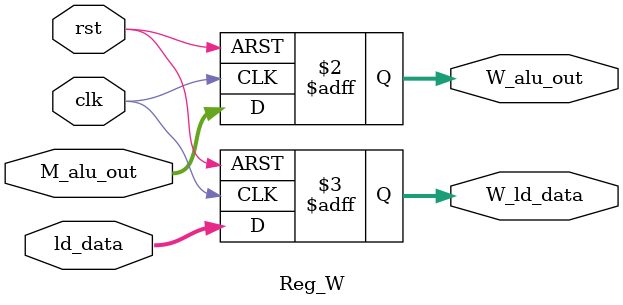
<source format=v>
module Reg_W (
    input clk,
    input rst,
    input [31:0] M_alu_out,
    input [31:0] ld_data,
    
    output reg [31:0] W_alu_out,
    output reg [31:0] W_ld_data
);

always@(posedge clk or posedge rst)
begin
    if(rst) //reset==0
    begin
        W_alu_out <= 32'd0;
        W_ld_data <= 32'd0;
    end
    else 
    begin
        W_alu_out <= M_alu_out;
        W_ld_data <= ld_data;
    end
end

endmodule
</source>
